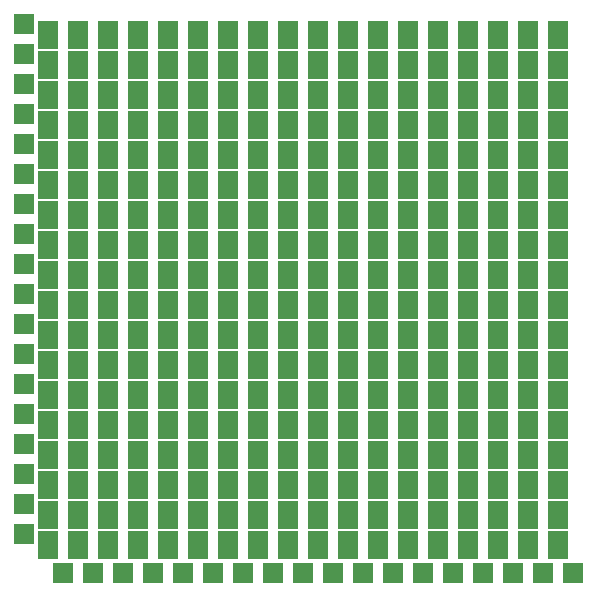
<source format=gts>
G75*
%MOIN*%
%OFA0B0*%
%FSLAX25Y25*%
%IPPOS*%
%LPD*%
%AMOC8*
5,1,8,0,0,1.08239X$1,22.5*
%
%ADD10R,0.06716X0.03040*%
%ADD11R,0.06716X0.03040*%
%ADD12R,0.06716X0.03040*%
%ADD13R,0.06716X0.03040*%
%ADD14R,0.06716X0.03040*%
%ADD15R,0.06716X0.03040*%
%ADD16R,0.06716X0.03040*%
%ADD17R,0.06716X0.03040*%
%ADD18R,0.06716X0.03040*%
%ADD19R,0.06706X0.06706*%
D10*
X0016333Y0020481D03*
X0016333Y0030481D03*
X0026333Y0030481D03*
X0026333Y0020481D03*
X0026333Y0080481D03*
X0016333Y0080481D03*
X0016333Y0100481D03*
X0016333Y0110481D03*
X0016333Y0120481D03*
X0016333Y0130481D03*
X0026333Y0130481D03*
X0026333Y0120481D03*
X0026333Y0110481D03*
X0026333Y0100481D03*
X0026333Y0150481D03*
X0016333Y0150481D03*
X0016333Y0160481D03*
X0026333Y0160481D03*
X0026333Y0190481D03*
X0016333Y0190481D03*
X0136333Y0190481D03*
X0146333Y0190481D03*
X0156333Y0190481D03*
X0166333Y0190481D03*
X0176333Y0190481D03*
X0186333Y0190481D03*
X0186333Y0160481D03*
X0176333Y0160481D03*
X0166333Y0160481D03*
X0156333Y0160481D03*
X0146333Y0160481D03*
X0136333Y0160481D03*
X0136333Y0150481D03*
X0146333Y0150481D03*
X0156333Y0150481D03*
X0166333Y0150481D03*
X0176333Y0150481D03*
X0186333Y0150481D03*
X0186333Y0130481D03*
X0176333Y0130481D03*
X0166333Y0130481D03*
X0156333Y0130481D03*
X0146333Y0130481D03*
X0136333Y0130481D03*
X0136333Y0120481D03*
X0136333Y0110481D03*
X0136333Y0100481D03*
X0146333Y0100481D03*
X0146333Y0110481D03*
X0146333Y0120481D03*
X0156333Y0120481D03*
X0156333Y0110481D03*
X0156333Y0100481D03*
X0166333Y0100481D03*
X0166333Y0110481D03*
X0166333Y0120481D03*
X0176333Y0120481D03*
X0176333Y0110481D03*
X0176333Y0100481D03*
X0186333Y0100481D03*
X0186333Y0110481D03*
X0186333Y0120481D03*
X0186333Y0080481D03*
X0176333Y0080481D03*
X0166333Y0080481D03*
X0156333Y0080481D03*
X0146333Y0080481D03*
X0136333Y0080481D03*
X0136333Y0030481D03*
X0136333Y0020481D03*
X0146333Y0020481D03*
X0146333Y0030481D03*
X0156333Y0030481D03*
X0156333Y0020481D03*
X0166333Y0020481D03*
X0166333Y0030481D03*
X0176333Y0030481D03*
X0176333Y0020481D03*
X0186333Y0020481D03*
X0186333Y0030481D03*
D11*
X0116333Y0030481D03*
X0116333Y0020481D03*
X0096333Y0020481D03*
X0096333Y0030481D03*
X0076333Y0030481D03*
X0076333Y0020481D03*
X0056333Y0020481D03*
X0056333Y0030481D03*
X0036333Y0030481D03*
X0036333Y0020481D03*
X0036333Y0080481D03*
X0036333Y0100481D03*
X0036333Y0110481D03*
X0036333Y0120481D03*
X0036333Y0130481D03*
X0036333Y0150481D03*
X0036333Y0160481D03*
X0056333Y0160481D03*
X0056333Y0150481D03*
X0056333Y0130481D03*
X0056333Y0120481D03*
X0056333Y0110481D03*
X0056333Y0100481D03*
X0056333Y0080481D03*
X0076333Y0080481D03*
X0076333Y0100481D03*
X0076333Y0110481D03*
X0076333Y0120481D03*
X0076333Y0130481D03*
X0076333Y0150481D03*
X0076333Y0160481D03*
X0096333Y0160481D03*
X0096333Y0150481D03*
X0096333Y0130481D03*
X0096333Y0120481D03*
X0096333Y0110481D03*
X0096333Y0100481D03*
X0096333Y0080481D03*
X0116333Y0080481D03*
X0116333Y0100481D03*
X0116333Y0110481D03*
X0116333Y0120481D03*
X0116333Y0130481D03*
X0116333Y0150481D03*
X0116333Y0160481D03*
X0116333Y0190481D03*
X0096333Y0190481D03*
X0076333Y0190481D03*
X0056333Y0190481D03*
X0036333Y0190481D03*
D12*
X0046333Y0190481D03*
X0066333Y0190481D03*
X0086333Y0190481D03*
X0106333Y0190481D03*
X0126333Y0190481D03*
X0126333Y0160481D03*
X0126333Y0150481D03*
X0106333Y0150481D03*
X0106333Y0160481D03*
X0086333Y0160481D03*
X0086333Y0150481D03*
X0066333Y0150481D03*
X0066333Y0160481D03*
X0046333Y0160481D03*
X0046333Y0150481D03*
X0046333Y0130481D03*
X0046333Y0120481D03*
X0046333Y0110481D03*
X0046333Y0100481D03*
X0046333Y0080481D03*
X0066333Y0080481D03*
X0066333Y0100481D03*
X0066333Y0110481D03*
X0066333Y0120481D03*
X0066333Y0130481D03*
X0086333Y0130481D03*
X0086333Y0120481D03*
X0086333Y0110481D03*
X0086333Y0100481D03*
X0086333Y0080481D03*
X0106333Y0080481D03*
X0106333Y0100481D03*
X0106333Y0110481D03*
X0106333Y0120481D03*
X0106333Y0130481D03*
X0126333Y0130481D03*
X0126333Y0120481D03*
X0126333Y0110481D03*
X0126333Y0100481D03*
X0126333Y0080481D03*
X0126333Y0030481D03*
X0126333Y0020481D03*
X0106333Y0020481D03*
X0106333Y0030481D03*
X0086333Y0030481D03*
X0086333Y0020481D03*
X0066333Y0020481D03*
X0066333Y0030481D03*
X0046333Y0030481D03*
X0046333Y0020481D03*
D13*
X0026333Y0040481D03*
X0016333Y0040481D03*
X0016333Y0050481D03*
X0016333Y0060481D03*
X0026333Y0060481D03*
X0026333Y0050481D03*
X0026333Y0140481D03*
X0016333Y0140481D03*
X0016333Y0170481D03*
X0016333Y0180481D03*
X0026333Y0180481D03*
X0026333Y0170481D03*
X0136333Y0170481D03*
X0136333Y0180481D03*
X0146333Y0180481D03*
X0146333Y0170481D03*
X0156333Y0170481D03*
X0156333Y0180481D03*
X0166333Y0180481D03*
X0166333Y0170481D03*
X0176333Y0170481D03*
X0176333Y0180481D03*
X0186333Y0180481D03*
X0186333Y0170481D03*
X0186333Y0140481D03*
X0176333Y0140481D03*
X0166333Y0140481D03*
X0156333Y0140481D03*
X0146333Y0140481D03*
X0136333Y0140481D03*
X0136333Y0060481D03*
X0136333Y0050481D03*
X0136333Y0040481D03*
X0146333Y0040481D03*
X0146333Y0050481D03*
X0146333Y0060481D03*
X0156333Y0060481D03*
X0156333Y0050481D03*
X0156333Y0040481D03*
X0166333Y0040481D03*
X0166333Y0050481D03*
X0166333Y0060481D03*
X0176333Y0060481D03*
X0176333Y0050481D03*
X0176333Y0040481D03*
X0186333Y0040481D03*
X0186333Y0050481D03*
X0186333Y0060481D03*
D14*
X0116333Y0060481D03*
X0116333Y0050481D03*
X0116333Y0040481D03*
X0096333Y0040481D03*
X0096333Y0050481D03*
X0096333Y0060481D03*
X0076333Y0060481D03*
X0076333Y0050481D03*
X0076333Y0040481D03*
X0056333Y0040481D03*
X0056333Y0050481D03*
X0056333Y0060481D03*
X0036333Y0060481D03*
X0036333Y0050481D03*
X0036333Y0040481D03*
X0036333Y0140481D03*
X0056333Y0140481D03*
X0076333Y0140481D03*
X0096333Y0140481D03*
X0116333Y0140481D03*
X0116333Y0170481D03*
X0116333Y0180481D03*
X0096333Y0180481D03*
X0096333Y0170481D03*
X0076333Y0170481D03*
X0076333Y0180481D03*
X0056333Y0180481D03*
X0056333Y0170481D03*
X0036333Y0170481D03*
X0036333Y0180481D03*
D15*
X0046333Y0180481D03*
X0046333Y0170481D03*
X0066333Y0170481D03*
X0066333Y0180481D03*
X0086333Y0180481D03*
X0086333Y0170481D03*
X0106333Y0170481D03*
X0106333Y0180481D03*
X0126333Y0180481D03*
X0126333Y0170481D03*
X0126333Y0140481D03*
X0106333Y0140481D03*
X0086333Y0140481D03*
X0066333Y0140481D03*
X0046333Y0140481D03*
X0046333Y0060481D03*
X0046333Y0050481D03*
X0046333Y0040481D03*
X0066333Y0040481D03*
X0066333Y0050481D03*
X0066333Y0060481D03*
X0086333Y0060481D03*
X0086333Y0050481D03*
X0086333Y0040481D03*
X0106333Y0040481D03*
X0106333Y0050481D03*
X0106333Y0060481D03*
X0126333Y0060481D03*
X0126333Y0050481D03*
X0126333Y0040481D03*
D16*
X0136333Y0070481D03*
X0146333Y0070481D03*
X0156333Y0070481D03*
X0166333Y0070481D03*
X0176333Y0070481D03*
X0186333Y0070481D03*
X0186333Y0090481D03*
X0176333Y0090481D03*
X0166333Y0090481D03*
X0156333Y0090481D03*
X0146333Y0090481D03*
X0136333Y0090481D03*
X0026333Y0090481D03*
X0016333Y0090481D03*
X0016333Y0070481D03*
X0026333Y0070481D03*
D17*
X0036333Y0070481D03*
X0036333Y0090481D03*
X0056333Y0090481D03*
X0056333Y0070481D03*
X0076333Y0070481D03*
X0076333Y0090481D03*
X0096333Y0090481D03*
X0096333Y0070481D03*
X0116333Y0070481D03*
X0116333Y0090481D03*
D18*
X0106333Y0090481D03*
X0086333Y0090481D03*
X0066333Y0090481D03*
X0046333Y0090481D03*
X0046333Y0070481D03*
X0066333Y0070481D03*
X0086333Y0070481D03*
X0106333Y0070481D03*
X0126333Y0070481D03*
X0126333Y0090481D03*
D19*
X0016333Y0016000D03*
X0008333Y0021000D03*
X0016333Y0026000D03*
X0008333Y0031000D03*
X0016333Y0036000D03*
X0008333Y0041000D03*
X0016333Y0046000D03*
X0008333Y0051000D03*
X0016333Y0056000D03*
X0008333Y0061000D03*
X0016333Y0066000D03*
X0008333Y0071000D03*
X0016333Y0076000D03*
X0008333Y0081000D03*
X0016333Y0086000D03*
X0008333Y0091000D03*
X0016333Y0096000D03*
X0008333Y0101000D03*
X0016333Y0106000D03*
X0008333Y0111000D03*
X0016333Y0116000D03*
X0008333Y0121000D03*
X0016333Y0126000D03*
X0008333Y0131000D03*
X0016333Y0136000D03*
X0008333Y0141000D03*
X0016333Y0146000D03*
X0008333Y0151000D03*
X0016333Y0156000D03*
X0008333Y0161000D03*
X0016333Y0166000D03*
X0008333Y0171000D03*
X0016333Y0176000D03*
X0008333Y0181000D03*
X0016333Y0186000D03*
X0008333Y0191000D03*
X0026333Y0186000D03*
X0026333Y0176000D03*
X0026333Y0166000D03*
X0026333Y0156000D03*
X0026333Y0146000D03*
X0026333Y0136000D03*
X0026333Y0126000D03*
X0026333Y0116000D03*
X0026333Y0106000D03*
X0026333Y0096000D03*
X0026333Y0086000D03*
X0026333Y0076000D03*
X0026333Y0066000D03*
X0026333Y0056000D03*
X0026333Y0046000D03*
X0026333Y0036000D03*
X0026333Y0026000D03*
X0026333Y0016000D03*
X0021333Y0008000D03*
X0031333Y0008000D03*
X0036333Y0016000D03*
X0041333Y0008000D03*
X0046333Y0016000D03*
X0051333Y0008000D03*
X0056333Y0016000D03*
X0061333Y0008000D03*
X0066333Y0016000D03*
X0071333Y0008000D03*
X0076333Y0016000D03*
X0081333Y0008000D03*
X0086333Y0016000D03*
X0091333Y0008000D03*
X0096333Y0016000D03*
X0101333Y0008000D03*
X0106333Y0016000D03*
X0111333Y0008000D03*
X0116333Y0016000D03*
X0121333Y0008000D03*
X0126333Y0016000D03*
X0131333Y0008000D03*
X0136333Y0016000D03*
X0141333Y0008000D03*
X0146333Y0016000D03*
X0151333Y0008000D03*
X0156333Y0016000D03*
X0161333Y0008000D03*
X0166333Y0016000D03*
X0171333Y0008000D03*
X0176333Y0016000D03*
X0181333Y0008000D03*
X0186333Y0016000D03*
X0191333Y0008000D03*
X0186333Y0026000D03*
X0176333Y0026000D03*
X0166333Y0026000D03*
X0156333Y0026000D03*
X0146333Y0026000D03*
X0136333Y0026000D03*
X0126333Y0026000D03*
X0116333Y0026000D03*
X0106333Y0026000D03*
X0096333Y0026000D03*
X0086333Y0026000D03*
X0076333Y0026000D03*
X0066333Y0026000D03*
X0056333Y0026000D03*
X0046333Y0026000D03*
X0036333Y0026000D03*
X0036333Y0036000D03*
X0036333Y0046000D03*
X0036333Y0056000D03*
X0036333Y0066000D03*
X0036333Y0076000D03*
X0036333Y0086000D03*
X0036333Y0096000D03*
X0036333Y0106000D03*
X0036333Y0116000D03*
X0036333Y0126000D03*
X0036333Y0136000D03*
X0036333Y0146000D03*
X0036333Y0156000D03*
X0036333Y0166000D03*
X0036333Y0176000D03*
X0036333Y0186000D03*
X0046333Y0186000D03*
X0046333Y0176000D03*
X0046333Y0166000D03*
X0046333Y0156000D03*
X0046333Y0146000D03*
X0046333Y0136000D03*
X0046333Y0126000D03*
X0046333Y0116000D03*
X0046333Y0106000D03*
X0046333Y0096000D03*
X0046333Y0086000D03*
X0046333Y0076000D03*
X0046333Y0066000D03*
X0046333Y0056000D03*
X0046333Y0046000D03*
X0046333Y0036000D03*
X0056333Y0036000D03*
X0056333Y0046000D03*
X0056333Y0056000D03*
X0056333Y0066000D03*
X0056333Y0076000D03*
X0056333Y0086000D03*
X0056333Y0096000D03*
X0056333Y0106000D03*
X0056333Y0116000D03*
X0056333Y0126000D03*
X0056333Y0136000D03*
X0056333Y0146000D03*
X0056333Y0156000D03*
X0056333Y0166000D03*
X0056333Y0176000D03*
X0056333Y0186000D03*
X0066333Y0186000D03*
X0066333Y0176000D03*
X0066333Y0166000D03*
X0066333Y0156000D03*
X0066333Y0146000D03*
X0066333Y0136000D03*
X0066333Y0126000D03*
X0066333Y0116000D03*
X0066333Y0106000D03*
X0066333Y0096000D03*
X0066333Y0086000D03*
X0066333Y0076000D03*
X0066333Y0066000D03*
X0066333Y0056000D03*
X0066333Y0046000D03*
X0066333Y0036000D03*
X0076333Y0036000D03*
X0076333Y0046000D03*
X0076333Y0056000D03*
X0076333Y0066000D03*
X0076333Y0076000D03*
X0076333Y0086000D03*
X0076333Y0096000D03*
X0076333Y0106000D03*
X0076333Y0116000D03*
X0076333Y0126000D03*
X0076333Y0136000D03*
X0076333Y0146000D03*
X0076333Y0156000D03*
X0076333Y0166000D03*
X0076333Y0176000D03*
X0076333Y0186000D03*
X0086333Y0186000D03*
X0086333Y0176000D03*
X0086333Y0166000D03*
X0086333Y0156000D03*
X0086333Y0146000D03*
X0086333Y0136000D03*
X0086333Y0126000D03*
X0086333Y0116000D03*
X0086333Y0106000D03*
X0086333Y0096000D03*
X0086333Y0086000D03*
X0086333Y0076000D03*
X0086333Y0066000D03*
X0086333Y0056000D03*
X0086333Y0046000D03*
X0086333Y0036000D03*
X0096333Y0036000D03*
X0096333Y0046000D03*
X0096333Y0056000D03*
X0096333Y0066000D03*
X0096333Y0076000D03*
X0096333Y0086000D03*
X0096333Y0096000D03*
X0096333Y0106000D03*
X0096333Y0116000D03*
X0096333Y0126000D03*
X0096333Y0136000D03*
X0096333Y0146000D03*
X0096333Y0156000D03*
X0096333Y0166000D03*
X0096333Y0176000D03*
X0096333Y0186000D03*
X0106333Y0186000D03*
X0106333Y0176000D03*
X0106333Y0166000D03*
X0106333Y0156000D03*
X0106333Y0146000D03*
X0106333Y0136000D03*
X0106333Y0126000D03*
X0106333Y0116000D03*
X0106333Y0106000D03*
X0106333Y0096000D03*
X0106333Y0086000D03*
X0106333Y0076000D03*
X0106333Y0066000D03*
X0106333Y0056000D03*
X0106333Y0046000D03*
X0106333Y0036000D03*
X0116333Y0036000D03*
X0116333Y0046000D03*
X0116333Y0056000D03*
X0116333Y0066000D03*
X0116333Y0076000D03*
X0116333Y0086000D03*
X0116333Y0096000D03*
X0116333Y0106000D03*
X0116333Y0116000D03*
X0116333Y0126000D03*
X0116333Y0136000D03*
X0116333Y0146000D03*
X0116333Y0156000D03*
X0116333Y0166000D03*
X0116333Y0176000D03*
X0116333Y0186000D03*
X0126333Y0186000D03*
X0126333Y0176000D03*
X0126333Y0166000D03*
X0126333Y0156000D03*
X0126333Y0146000D03*
X0126333Y0136000D03*
X0126333Y0126000D03*
X0126333Y0116000D03*
X0126333Y0106000D03*
X0126333Y0096000D03*
X0126333Y0086000D03*
X0126333Y0076000D03*
X0126333Y0066000D03*
X0126333Y0056000D03*
X0126333Y0046000D03*
X0126333Y0036000D03*
X0136333Y0036000D03*
X0136333Y0046000D03*
X0136333Y0056000D03*
X0136333Y0066000D03*
X0136333Y0076000D03*
X0136333Y0086000D03*
X0136333Y0096000D03*
X0136333Y0106000D03*
X0136333Y0116000D03*
X0136333Y0126000D03*
X0136333Y0136000D03*
X0136333Y0146000D03*
X0136333Y0156000D03*
X0136333Y0166000D03*
X0136333Y0176000D03*
X0136333Y0186000D03*
X0146333Y0186000D03*
X0146333Y0176000D03*
X0146333Y0166000D03*
X0146333Y0156000D03*
X0146333Y0146000D03*
X0146333Y0136000D03*
X0146333Y0126000D03*
X0146333Y0116000D03*
X0146333Y0106000D03*
X0146333Y0096000D03*
X0146333Y0086000D03*
X0146333Y0076000D03*
X0146333Y0066000D03*
X0146333Y0056000D03*
X0146333Y0046000D03*
X0146333Y0036000D03*
X0156333Y0036000D03*
X0156333Y0046000D03*
X0156333Y0056000D03*
X0156333Y0066000D03*
X0156333Y0076000D03*
X0156333Y0086000D03*
X0156333Y0096000D03*
X0156333Y0106000D03*
X0156333Y0116000D03*
X0156333Y0126000D03*
X0156333Y0136000D03*
X0156333Y0146000D03*
X0156333Y0156000D03*
X0156333Y0166000D03*
X0156333Y0176000D03*
X0156333Y0186000D03*
X0166333Y0186000D03*
X0166333Y0176000D03*
X0166333Y0166000D03*
X0166333Y0156000D03*
X0166333Y0146000D03*
X0166333Y0136000D03*
X0166333Y0126000D03*
X0166333Y0116000D03*
X0166333Y0106000D03*
X0166333Y0096000D03*
X0166333Y0086000D03*
X0166333Y0076000D03*
X0166333Y0066000D03*
X0166333Y0056000D03*
X0166333Y0046000D03*
X0166333Y0036000D03*
X0176333Y0036000D03*
X0176333Y0046000D03*
X0176333Y0056000D03*
X0176333Y0066000D03*
X0176333Y0076000D03*
X0176333Y0086000D03*
X0176333Y0096000D03*
X0176333Y0106000D03*
X0176333Y0116000D03*
X0176333Y0126000D03*
X0176333Y0136000D03*
X0176333Y0146000D03*
X0176333Y0156000D03*
X0176333Y0166000D03*
X0176333Y0176000D03*
X0176333Y0186000D03*
X0186333Y0186000D03*
X0186333Y0176000D03*
X0186333Y0166000D03*
X0186333Y0156000D03*
X0186333Y0146000D03*
X0186333Y0136000D03*
X0186333Y0126000D03*
X0186333Y0116000D03*
X0186333Y0106000D03*
X0186333Y0096000D03*
X0186333Y0086000D03*
X0186333Y0076000D03*
X0186333Y0066000D03*
X0186333Y0056000D03*
X0186333Y0046000D03*
X0186333Y0036000D03*
M02*

</source>
